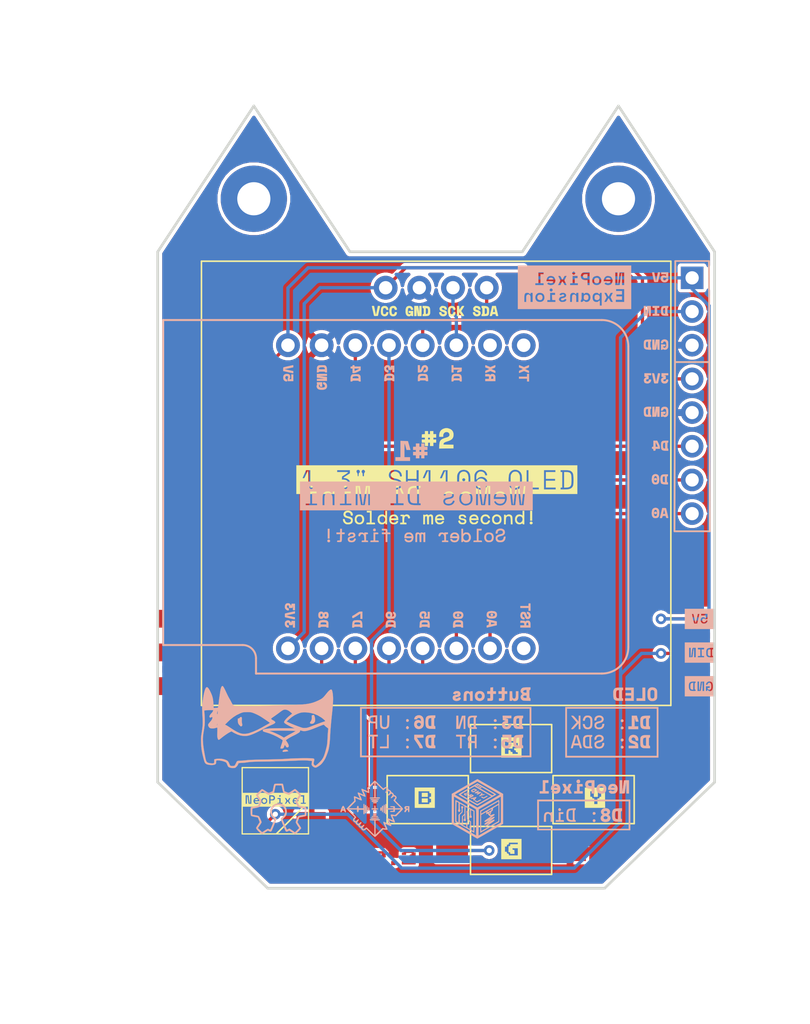
<source format=kicad_pcb>
(kicad_pcb (version 20171130) (host pcbnew 5.1.5+dfsg1-2build2)
  (layers (0 F.Cu signal) (31 B.Cu signal) (34 B.Paste user) (35 F.Paste user) (36 B.SilkS user) (37 F.SilkS user) (38 B.Mask user) (39 F.Mask user) (44 Edge.Cuts user))
  (net 0 "")
  (net 1 "Net-(Brd1-Pad4)")
  (net 2 "Net-(Brd1-Pad3)")
  (net 3 "Net-(Brd1-Pad2)")
  (net 4 "Net-(D1-Pad4)")
  (net 5 "Net-(D1-Pad2)")
  (net 6 /D6)
  (net 7 /D7)
  (net 8 /D5)
  (net 9 "Net-(U1-Pad16)")
  (net 10 "Net-(U1-Pad1)")
  (net 11 "Net-(U1-Pad15)")
  (net 12 "Net-(U1-Pad2)")
  (net 13 "Net-(U1-Pad3)")
  (net 14 "Net-(U1-Pad12)")
  (net 15 "Net-(U1-Pad11)")
  (net 16 +5V)
  (net 17 GND)
  (module Nugget-PCB-Art (layer F.Cu) (at 0 0)
    (fp_text reference Ref** hide)
    (fp_text value Val** hide)
    (fp_poly (pts (xy -9.630833 26.246667) (xy -9.704917 26.246667) (xy -9.75457 26.249943) (xy -9.774933 26.26843) (xy -9.778991 26.315111) (xy -9.779 26.32075) (xy -9.779 26.394834) (xy -10.522389 26.394834) (xy -10.51582 26.315459) (xy -10.50925 26.236084) (xy -10.218208 26.230195) (xy -9.927167 26.224306) (xy -9.927167 26.119667) (xy -10.519833 26.119667) (xy -10.519833 26.045584) (xy -10.52311 25.995931) (xy -10.541597 25.975567) (xy -10.588278 25.971509) (xy -10.593917 25.9715) (xy -10.668 25.9715) (xy -10.668 25.675167) (xy -10.3505 25.675167) (xy -10.3505 25.950334) (xy -9.927167 25.950334) (xy -9.927167 25.675167) (xy -10.3505 25.675167) (xy -10.668 25.675167) (xy -10.668 25.654) (xy -10.593917 25.654) (xy -10.544264 25.650724) (xy -10.523901 25.632237) (xy -10.519843 25.585556) (xy -10.519833 25.579917) (xy -10.519833 25.505834) (xy -9.630833 25.505834) (xy -9.630833 26.246667)) (layer F.Cu) (width 0.01))
    (fp_poly (pts (xy -8.466667 26.246667) (xy -8.54075 26.246667) (xy -8.590403 26.249943) (xy -8.610766 26.26843) (xy -8.614824 26.315111) (xy -8.614833 26.32075) (xy -8.614833 26.394834) (xy -9.358222 26.394834) (xy -9.351653 26.315459) (xy -9.345083 26.236084) (xy -9.054042 26.230195) (xy -8.763 26.224306) (xy -8.763 26.119667) (xy -9.355667 26.119667) (xy -9.355667 26.045584) (xy -9.358943 25.995931) (xy -9.37743 25.975567) (xy -9.424111 25.971509) (xy -9.42975 25.9715) (xy -9.503833 25.9715) (xy -9.503833 25.675167) (xy -9.186333 25.675167) (xy -9.186333 25.950334) (xy -8.763 25.950334) (xy -8.763 25.675167) (xy -9.186333 25.675167) (xy -9.503833 25.675167) (xy -9.503833 25.654) (xy -9.42975 25.654) (xy -9.380097 25.650724) (xy -9.359734 25.632237) (xy -9.355676 25.585556) (xy -9.355667 25.579917) (xy -9.355667 25.505834) (xy -8.466667 25.505834) (xy -8.466667 26.246667)) (layer F.Cu) (width 0.01))
    (fp_poly (pts (xy -12.678833 25.283584) (xy -12.675557 25.333236) (xy -12.65707 25.3536) (xy -12.610389 25.357658) (xy -12.60475 25.357667) (xy -12.555097 25.360943) (xy -12.534734 25.37943) (xy -12.530676 25.426111) (xy -12.530667 25.43175) (xy -12.52739 25.481403) (xy -12.508904 25.501766) (xy -12.462222 25.505824) (xy -12.456583 25.505834) (xy -12.406931 25.50911) (xy -12.386567 25.527597) (xy -12.382509 25.574278) (xy -12.3825 25.579917) (xy -12.37896 25.629691) (xy -12.361005 25.650106) (xy -12.319 25.654) (xy -12.2555 25.654) (xy -12.2555 25.2095) (xy -11.959167 25.2095) (xy -11.959167 26.246667) (xy -12.2555 26.246667) (xy -12.2555 25.9715) (xy -12.329583 25.9715) (xy -12.379236 25.968224) (xy -12.3996 25.949737) (xy -12.403658 25.903056) (xy -12.403667 25.897417) (xy -12.406943 25.847764) (xy -12.42543 25.827401) (xy -12.472111 25.823343) (xy -12.47775 25.823334) (xy -12.527403 25.820057) (xy -12.547766 25.80157) (xy -12.551824 25.754889) (xy -12.551833 25.74925) (xy -12.555373 25.699476) (xy -12.573328 25.679061) (xy -12.615333 25.675167) (xy -12.678833 25.675167) (xy -12.678833 26.246667) (xy -12.996333 26.246667) (xy -12.996333 25.2095) (xy -12.678833 25.2095) (xy -12.678833 25.283584)) (layer F.Cu) (width 0.01))
    (fp_poly (pts (xy -11.514667 26.0985) (xy -11.091333 26.0985) (xy -11.091333 25.505834) (xy -10.795 25.505834) (xy -10.795 26.246667) (xy -11.684 26.246667) (xy -11.684 26.184508) (xy -11.689542 26.140853) (xy -11.714879 26.121691) (xy -11.752792 26.115716) (xy -11.821583 26.109084) (xy -11.833329 25.505834) (xy -11.514667 25.505834) (xy -11.514667 26.0985)) (layer F.Cu) (width 0.01))
    (fp_poly (pts (xy -7.450667 25.579917) (xy -7.44739 25.62957) (xy -7.428904 25.649933) (xy -7.382222 25.653991) (xy -7.376583 25.654) (xy -7.3025 25.654) (xy -7.3025 25.9715) (xy -8.022167 25.9715) (xy -8.022167 26.0985) (xy -7.450667 26.0985) (xy -7.450667 26.246667) (xy -8.1915 26.246667) (xy -8.1915 26.184508) (xy -8.197042 26.140853) (xy -8.222379 26.121691) (xy -8.260292 26.115716) (xy -8.329083 26.109084) (xy -8.34054 25.675167) (xy -8.022167 25.675167) (xy -8.022167 25.802167) (xy -7.598833 25.802167) (xy -7.598833 25.675167) (xy -8.022167 25.675167) (xy -8.34054 25.675167) (xy -8.341099 25.654) (xy -8.2663 25.654) (xy -8.21633 25.65081) (xy -8.195711 25.632704) (xy -8.191514 25.586875) (xy -8.1915 25.579917) (xy -8.1915 25.505834) (xy -7.450667 25.505834) (xy -7.450667 25.579917)) (layer F.Cu) (width 0.01))
    (fp_poly (pts (xy -6.577542 25.213865) (xy -6.424083 25.220084) (xy -6.417825 25.362959) (xy -6.411566 25.505834) (xy -6.138333 25.505834) (xy -6.138333 25.675167) (xy -6.4135 25.675167) (xy -6.4135 26.246667) (xy -6.731 26.246667) (xy -6.731 25.675167) (xy -7.027333 25.675167) (xy -7.027333 25.505834) (xy -6.731 25.505834) (xy -6.731 25.207646) (xy -6.577542 25.213865)) (layer F.Cu) (width 0.01))
    (fp_poly (pts (xy -3.958167 25.283584) (xy -3.95489 25.333236) (xy -3.936404 25.3536) (xy -3.889722 25.357658) (xy -3.884083 25.357667) (xy -3.81 25.357667) (xy -3.81 25.675167) (xy -3.884083 25.675167) (xy -3.933736 25.678443) (xy -3.9541 25.69693) (xy -3.958158 25.743611) (xy -3.958167 25.74925) (xy -3.961748 25.79905) (xy -3.979657 25.819474) (xy -4.020326 25.823334) (xy -4.063981 25.828875) (xy -4.083143 25.854213) (xy -4.089117 25.892125) (xy -4.09575 25.960917) (xy -4.238625 25.967176) (xy -4.314249 25.971183) (xy -4.356974 25.977878) (xy -4.376194 25.991786) (xy -4.381302 26.017427) (xy -4.3815 26.035967) (xy -4.3815 26.0985) (xy -3.81 26.0985) (xy -3.81 26.246667) (xy -4.847167 26.246667) (xy -4.847167 25.950334) (xy -4.773083 25.950334) (xy -4.723431 25.947057) (xy -4.703067 25.92857) (xy -4.699009 25.881889) (xy -4.699 25.87625) (xy -4.695724 25.826597) (xy -4.677237 25.806234) (xy -4.630556 25.802176) (xy -4.624917 25.802167) (xy -4.575264 25.79889) (xy -4.554901 25.780404) (xy -4.550843 25.733722) (xy -4.550833 25.728084) (xy -4.550833 25.654) (xy -4.2545 25.654) (xy -4.2545 25.579917) (xy -4.251224 25.530264) (xy -4.232737 25.509901) (xy -4.186056 25.505843) (xy -4.180417 25.505834) (xy -4.130643 25.502294) (xy -4.110228 25.484339) (xy -4.106333 25.442334) (xy -4.106333 25.378834) (xy -4.529667 25.378834) (xy -4.529667 25.527) (xy -4.847167 25.527) (xy -4.847167 25.442334) (xy -4.844924 25.388124) (xy -4.831076 25.364034) (xy -4.794944 25.357856) (xy -4.773083 25.357667) (xy -4.723431 25.35439) (xy -4.703067 25.335904) (xy -4.699009 25.289222) (xy -4.699 25.283584) (xy -4.699 25.2095) (xy -3.958167 25.2095) (xy -3.958167 25.283584)) (layer F.Cu) (width 0.01))
    (fp_poly (pts (xy -3.069167 26.246667) (xy -3.386667 26.246667) (xy -3.386667 25.950334) (xy -3.069167 25.950334) (xy -3.069167 26.246667)) (layer F.Cu) (width 0.01))
    (fp_poly (pts (xy -18.944167 13.419667) (xy -20.997333 13.419667) (xy -20.997333 12.086167) (xy -18.944167 12.086167) (xy -18.944167 13.419667)) (layer F.Cu) (width 0.01))
    (fp_poly (pts (xy 20.997333 13.419667) (xy 18.944167 13.419667) (xy 18.944167 12.086167) (xy 20.997333 12.086167) (xy 20.997333 13.419667)) (layer F.Cu) (width 0.01))
    (fp_poly (pts (xy -18.944167 10.879667) (xy -20.997333 10.879667) (xy -20.997333 9.546167) (xy -18.944167 9.546167) (xy -18.944167 10.879667)) (layer F.Cu) (width 0.01))
    (fp_poly (pts (xy 20.997333 10.879667) (xy 18.944167 10.879667) (xy 18.944167 9.546167) (xy 20.997333 9.546167) (xy 20.997333 10.879667)) (layer F.Cu) (width 0.01))
    (fp_poly (pts (xy -18.944167 8.339667) (xy -20.997333 8.339667) (xy -20.997333 7.006167) (xy -18.944167 7.006167) (xy -18.944167 8.339667)) (layer F.Cu) (width 0.01))
    (fp_poly (pts (xy 20.997333 8.339667) (xy 18.944167 8.339667) (xy 18.944167 7.006167) (xy 20.997333 7.006167) (xy 20.997333 8.339667)) (layer F.Cu) (width 0.01))
    (fp_poly (pts (xy -18.880667 -0.529166) (xy -19.452167 -0.529166) (xy -19.452167 -0.105833) (xy -18.880667 -0.105833) (xy -18.880667 0.1905) (xy -19.8755 0.1905) (xy -19.8755 -0.105833) (xy -19.600333 -0.105833) (xy -19.600333 -0.677333) (xy -19.52625 -0.677333) (xy -19.476597 -0.68061) (xy -19.456234 -0.699096) (xy -19.452176 -0.745778) (xy -19.452167 -0.751416) (xy -19.452167 -0.8255) (xy -18.880667 -0.8255) (xy -18.880667 -0.529166)) (layer F.Cu) (width 0.01))
    (fp_poly (pts (xy -18.880667 -1.0795) (xy -18.95475 -1.0795) (xy -19.004524 -1.07596) (xy -19.024939 -1.058005) (xy -19.028833 -1.016) (xy -19.032963 -0.973337) (xy -19.053911 -0.955838) (xy -19.102917 -0.9525) (xy -19.152691 -0.95604) (xy -19.173106 -0.973995) (xy -19.177 -1.016) (xy -19.18113 -1.058663) (xy -19.202078 -1.076162) (xy -19.251083 -1.0795) (xy -19.325167 -1.0795) (xy -19.325167 -1.651) (xy -19.155833 -1.651) (xy -19.155833 -1.248833) (xy -19.028833 -1.248833) (xy -19.028833 -1.651) (xy -19.155833 -1.651) (xy -19.325167 -1.651) (xy -19.452167 -1.651) (xy -19.452167 -1.0795) (xy -19.600333 -1.0795) (xy -19.600333 -1.799166) (xy -19.52625 -1.799166) (xy -19.476597 -1.802443) (xy -19.456234 -1.82093) (xy -19.452176 -1.867611) (xy -19.452167 -1.87325) (xy -19.452167 -1.947333) (xy -18.880667 -1.947333) (xy -18.880667 -1.0795)) (layer F.Cu) (width 0.01))
    (fp_poly (pts (xy -19.476476 -3.065627) (xy -19.456061 -3.047672) (xy -19.452167 -3.005666) (xy -19.448037 -2.963003) (xy -19.427089 -2.945505) (xy -19.378083 -2.942166) (xy -19.328431 -2.93889) (xy -19.308067 -2.920403) (xy -19.304009 -2.873722) (xy -19.304 -2.868083) (xy -19.30046 -2.818309) (xy -19.282505 -2.797894) (xy -19.2405 -2.794) (xy -19.197837 -2.79813) (xy -19.180338 -2.819077) (xy -19.177 -2.868083) (xy -19.173724 -2.917736) (xy -19.155237 -2.938099) (xy -19.108556 -2.942157) (xy -19.102917 -2.942166) (xy -19.053143 -2.945706) (xy -19.032728 -2.963661) (xy -19.028833 -3.005666) (xy -19.024704 -3.04833) (xy -19.003756 -3.065828) (xy -18.95475 -3.069166) (xy -18.880667 -3.069166) (xy -18.880667 -2.772833) (xy -18.95475 -2.772833) (xy -19.004403 -2.769557) (xy -19.024766 -2.75107) (xy -19.028824 -2.704389) (xy -19.028833 -2.69875) (xy -19.032373 -2.648976) (xy -19.050328 -2.628561) (xy -19.092333 -2.624666) (xy -19.127483 -2.623003) (xy -19.146455 -2.611362) (xy -19.154238 -2.579765) (xy -19.155822 -2.518234) (xy -19.155833 -2.497666) (xy -19.155833 -2.370666) (xy -18.880667 -2.370666) (xy -18.880667 -2.074333) (xy -19.8755 -2.074333) (xy -19.8755 -2.370666) (xy -19.325167 -2.370666) (xy -19.325167 -2.497666) (xy -19.325998 -2.567965) (xy -19.331819 -2.605909) (xy -19.347617 -2.621475) (xy -19.378383 -2.624643) (xy -19.388667 -2.624666) (xy -19.43133 -2.628796) (xy -19.448829 -2.649744) (xy -19.452167 -2.69875) (xy -19.455443 -2.748403) (xy -19.47393 -2.768766) (xy -19.520611 -2.772824) (xy -19.52625 -2.772833) (xy -19.600333 -2.772833) (xy -19.600333 -3.069166) (xy -19.52625 -3.069166) (xy -19.476476 -3.065627)) (layer F.Cu) (width 0.01))
    (fp_poly (pts (xy -19.452167 -3.4925) (xy -19.028833 -3.4925) (xy -19.028833 -4.212166) (xy -18.880667 -4.212166) (xy -18.880667 -3.344333) (xy -18.95475 -3.344333) (xy -19.004403 -3.341057) (xy -19.024766 -3.32257) (xy -19.028824 -3.275889) (xy -19.028833 -3.27025) (xy -19.028833 -3.196166) (xy -19.452167 -3.196166) (xy -19.452167 -3.27025) (xy -19.455443 -3.319903) (xy -19.47393 -3.340266) (xy -19.520611 -3.344324) (xy -19.52625 -3.344333) (xy -19.600333 -3.344333) (xy -19.600333 -4.212166) (xy -19.452167 -4.212166) (xy -19.452167 -3.4925)) (layer F.Cu) (width 0.01))
    (fp_poly (pts (xy -18.880667 -4.466166) (xy -18.95475 -4.466166) (xy -19.004403 -4.46289) (xy -19.024766 -4.444403) (xy -19.028824 -4.397722) (xy -19.028833 -4.392083) (xy -19.03211 -4.34243) (xy -19.050597 -4.322067) (xy -19.097278 -4.318009) (xy -19.102917 -4.318) (xy -19.15257 -4.321276) (xy -19.172933 -4.339763) (xy -19.176991 -4.386444) (xy -19.177 -4.392083) (xy -19.180277 -4.441736) (xy -19.198763 -4.462099) (xy -19.245445 -4.466157) (xy -19.251083 -4.466166) (xy -19.325167 -4.466166) (xy -19.325167 -5.037666) (xy -19.155833 -5.037666) (xy -19.155833 -4.6355) (xy -19.028833 -4.6355) (xy -19.028833 -5.037666) (xy -19.155833 -5.037666) (xy -19.325167 -5.037666) (xy -19.452167 -5.037666) (xy -19.452167 -4.466166) (xy -19.600333 -4.466166) (xy -19.600333 -5.185833) (xy -19.52625 -5.185833) (xy -19.476597 -5.18911) (xy -19.456234 -5.207596) (xy -19.452176 -5.254278) (xy -19.452167 -5.259916) (xy -19.452167 -5.334) (xy -18.880667 -5.334) (xy -18.880667 -4.466166)) (layer F.Cu) (width 0.01))
    (fp_poly (pts (xy -19.452167 -6.180666) (xy -18.880667 -6.180666) (xy -18.880667 -5.884333) (xy -19.452167 -5.884333) (xy -19.452167 -5.588) (xy -19.600333 -5.588) (xy -19.600333 -5.884333) (xy -19.8755 -5.884333) (xy -19.8755 -6.180666) (xy -19.600333 -6.180666) (xy -19.600333 -6.455833) (xy -19.452167 -6.455833) (xy -19.452167 -6.180666)) (layer F.Cu) (width 0.01))
    (fp_poly (pts (xy -18.880667 -6.858) (xy -19.177 -6.858) (xy -19.177 -7.1755) (xy -18.880667 -7.1755) (xy -18.880667 -6.858)) (layer F.Cu) (width 0.01))
    (fp_poly (pts (xy -19.452167 -8.022166) (xy -19.028833 -8.022166) (xy -19.028833 -8.720666) (xy -18.880667 -8.720666) (xy -18.880667 -7.852833) (xy -18.95475 -7.852833) (xy -19.004403 -7.849557) (xy -19.024766 -7.83107) (xy -19.028824 -7.784389) (xy -19.028833 -7.77875) (xy -19.028833 -7.704666) (xy -19.452167 -7.704666) (xy -19.452167 -7.77875) (xy -19.455443 -7.828403) (xy -19.47393 -7.848766) (xy -19.520611 -7.852824) (xy -19.52625 -7.852833) (xy -19.600333 -7.852833) (xy -19.600333 -8.720666) (xy -19.452167 -8.720666) (xy -19.452167 -8.022166)) (layer F.Cu) (width 0.01))
    (fp_poly (pts (xy -19.028833 -9.779) (xy -19.024704 -9.736337) (xy -19.003756 -9.718838) (xy -18.95475 -9.7155) (xy -18.880667 -9.7155) (xy -18.880667 -8.974666) (xy -18.95475 -8.974666) (xy -19.004524 -8.971127) (xy -19.024939 -8.953172) (xy -19.028833 -8.911166) (xy -19.028833 -8.847666) (xy -19.452167 -8.847666) (xy -19.452167 -8.911166) (xy -19.456297 -8.95383) (xy -19.477244 -8.971328) (xy -19.52625 -8.974666) (xy -19.600333 -8.974666) (xy -19.600333 -9.546166) (xy -19.452167 -9.546166) (xy -19.452167 -9.144) (xy -19.028833 -9.144) (xy -19.028833 -9.546166) (xy -19.452167 -9.546166) (xy -19.600333 -9.546166) (xy -19.600333 -9.7155) (xy -19.52625 -9.7155) (xy -19.476476 -9.71904) (xy -19.456061 -9.736995) (xy -19.452167 -9.779) (xy -19.452167 -9.8425) (xy -19.028833 -9.8425) (xy -19.028833 -9.779)) (layer F.Cu) (width 0.01))
    (fp_poly (pts (xy -18.880667 -10.668) (xy -19.452167 -10.668) (xy -19.452167 -10.562166) (xy -18.880667 -10.562166) (xy -18.880667 -10.244666) (xy -19.452167 -10.244666) (xy -19.452167 -10.138833) (xy -18.880667 -10.138833) (xy -18.880667 -9.9695) (xy -19.600333 -9.9695) (xy -19.600333 -10.837333) (xy -19.52625 -10.837333) (xy -19.476597 -10.84061) (xy -19.456234 -10.859096) (xy -19.452176 -10.905778) (xy -19.452167 -10.911416) (xy -19.452167 -10.9855) (xy -18.880667 -10.9855) (xy -18.880667 -10.668)) (layer F.Cu) (width 0.01))
    (fp_poly (pts (xy -19.751764 -12.104057) (xy -19.731401 -12.08557) (xy -19.727343 -12.038889) (xy -19.727333 -12.03325) (xy -19.724057 -11.983597) (xy -19.70557 -11.963234) (xy -19.658889 -11.959176) (xy -19.65325 -11.959166) (xy -19.603476 -11.955627) (xy -19.583061 -11.937672) (xy -19.579167 -11.895666) (xy -19.573922 -11.850689) (xy -19.549182 -11.834112) (xy -19.515667 -11.832166) (xy -19.473004 -11.828037) (xy -19.455505 -11.807089) (xy -19.452167 -11.758083) (xy -19.44889 -11.70843) (xy -19.430404 -11.688067) (xy -19.383722 -11.684009) (xy -19.378083 -11.684) (xy -19.328431 -11.680723) (xy -19.308067 -11.662237) (xy -19.304009 -11.615555) (xy -19.304 -11.609916) (xy -19.300724 -11.560264) (xy -19.282237 -11.5399) (xy -19.235556 -11.535842) (xy -19.229917 -11.535833) (xy -19.180143 -11.532293) (xy -19.159728 -11.514338) (xy -19.155833 -11.472333) (xy -19.150589 -11.427356) (xy -19.125849 -11.410779) (xy -19.092333 -11.408833) (xy -19.04967 -11.404703) (xy -19.032172 -11.383756) (xy -19.028833 -11.33475) (xy -19.025557 -11.285097) (xy -19.00707 -11.264734) (xy -18.960389 -11.260676) (xy -18.95475 -11.260666) (xy -18.907317 -11.258103) (xy -18.886238 -11.242277) (xy -18.880832 -11.200983) (xy -18.880667 -11.176) (xy -18.88291 -11.121791) (xy -18.896758 -11.0977) (xy -18.93289 -11.091522) (xy -18.95475 -11.091333) (xy -19.004403 -11.09461) (xy -19.024766 -11.113096) (xy -19.028824 -11.159778) (xy -19.028833 -11.165416) (xy -19.03211 -11.215069) (xy -19.050597 -11.235433) (xy -19.097278 -11.239491) (xy -19.102917 -11.2395) (xy -19.15257 -11.242776) (xy -19.172933 -11.261263) (xy -19.176991 -11.307944) (xy -19.177 -11.313583) (xy -19.180277 -11.363236) (xy -19.198763 -11.383599) (xy -19.245445 -11.387657) (xy -19.251083 -11.387666) (xy -19.300857 -11.391206) (xy -19.321272 -11.409161) (xy -19.325167 -11.451166) (xy -19.330412 -11.496144) (xy -19.355152 -11.512721) (xy -19.388667 -11.514666) (xy -19.43133 -11.518796) (xy -19.448829 -11.539744) (xy -19.452167 -11.58875) (xy -19.455443 -11.638403) (xy -19.47393 -11.658766) (xy -19.520611 -11.662824) (xy -19.52625 -11.662833) (xy -19.575903 -11.66611) (xy -19.596266 -11.684596) (xy -19.600324 -11.731278) (xy -19.600333 -11.736916) (xy -19.60361 -11.786569) (xy -19.622097 -11.806933) (xy -19.668778 -11.810991) (xy -19.674417 -11.811) (xy -19.724191 -11.81454) (xy -19.744606 -11.832495) (xy -19.7485 -11.8745) (xy -19.753745 -11.919477) (xy -19.778485 -11.936054) (xy -19.812 -11.938) (xy -19.852717 -11.941343) (xy -19.870817 -11.959461) (xy -19.8754 -12.004486) (xy -19.8755 -12.022666) (xy -19.873257 -12.076876) (xy -19.859409 -12.100966) (xy -19.823277 -12.107144) (xy -19.801417 -12.107333) (xy -19.751764 -12.104057)) (layer F.Cu) (width 0.01))
    (fp_poly (pts (xy -18.880667 -12.932833) (xy -19.452167 -12.932833) (xy -19.452167 -12.530666) (xy -18.880667 -12.530666) (xy -18.880667 -12.234333) (xy -19.600333 -12.234333) (xy -19.600333 -13.102166) (xy -19.52625 -13.102166) (xy -19.476476 -13.105706) (xy -19.456061 -13.123661) (xy -19.452167 -13.165666) (xy -19.452167 -13.229166) (xy -18.880667 -13.229166) (xy -18.880667 -12.932833)) (layer F.Cu) (width 0.01))
    (fp_poly (pts (xy -18.880667 -13.504333) (xy -18.95475 -13.504333) (xy -19.004403 -13.501057) (xy -19.024766 -13.48257) (xy -19.028824 -13.435889) (xy -19.028833 -13.43025) (xy -19.028833 -13.356166) (xy -19.600333 -13.356166) (xy -19.600333 -13.6525) (xy -19.028833 -13.6525) (xy -19.028833 -14.054666) (xy -19.600333 -14.054666) (xy -19.600333 -14.372166) (xy -18.880667 -14.372166) (xy -18.880667 -13.504333)) (layer F.Cu) (width 0.01))
    (fp_poly (pts (xy -18.880667 -15.419916) (xy -18.87739 -15.370264) (xy -18.858904 -15.3499) (xy -18.812222 -15.345842) (xy -18.806583 -15.345833) (xy -18.7325 -15.345833) (xy -18.7325 -14.626166) (xy -18.901833 -14.626166) (xy -18.901833 -15.197666) (xy -19.028833 -15.197666) (xy -19.028833 -14.626166) (xy -19.092333 -14.626166) (xy -19.134997 -14.622037) (xy -19.152495 -14.601089) (xy -19.155833 -14.552083) (xy -19.155833 -14.478) (xy -19.452167 -14.478) (xy -19.452167 -14.552083) (xy -19.455443 -14.601736) (xy -19.47393 -14.622099) (xy -19.520611 -14.626157) (xy -19.52625 -14.626166) (xy -19.600333 -14.626166) (xy -19.600333 -15.197666) (xy -19.452167 -15.197666) (xy -19.452167 -14.7955) (xy -19.177 -14.7955) (xy -19.177 -15.197666) (xy -19.452167 -15.197666) (xy -19.600333 -15.197666) (xy -19.600333 -15.494) (xy -18.880667 -15.494) (xy -18.880667 -15.419916)) (layer F.Cu) (width 0.01))
    (fp_poly (pts (xy -18.880667 -16.552333) (xy -18.876537 -16.50967) (xy -18.855589 -16.492171) (xy -18.806583 -16.488833) (xy -18.7325 -16.488833) (xy -18.7325 -15.748) (xy -18.901833 -15.748) (xy -18.901833 -16.3195) (xy -19.028833 -16.3195) (xy -19.028833 -15.748) (xy -19.092333 -15.748) (xy -19.137311 -15.742755) (xy -19.153888 -15.718015) (xy -19.155833 -15.6845) (xy -19.155833 -15.621) (xy -19.452167 -15.621) (xy -19.452167 -15.6845) (xy -19.456297 -15.727163) (xy -19.477244 -15.744662) (xy -19.52625 -15.748) (xy -19.600333 -15.748) (xy -19.600333 -16.3195) (xy -19.452167 -16.3195) (xy -19.452167 -15.917333) (xy -19.177 -15.917333) (xy -19.177 -16.3195) (xy -19.452167 -16.3195) (xy -19.600333 -16.3195) (xy -19.600333 -16.615833) (xy -18.880667 -16.615833) (xy -18.880667 -16.552333)) (layer F.Cu) (width 0.01))
    (fp_poly (pts (xy -19.155833 -17.039166) (xy -19.028833 -17.039166) (xy -19.028833 -17.610666) (xy -18.880667 -17.610666) (xy -18.880667 -16.891) (xy -18.95475 -16.891) (xy -19.004403 -16.887723) (xy -19.024766 -16.869237) (xy -19.028824 -16.822555) (xy -19.028833 -16.816916) (xy -19.028833 -16.742833) (xy -19.452167 -16.742833) (xy -19.452167 -16.816916) (xy -19.455443 -16.866569) (xy -19.47393 -16.886933) (xy -19.520611 -16.890991) (xy -19.52625 -16.891) (xy -19.600333 -16.891) (xy -19.600333 -17.441333) (xy -19.452167 -17.441333) (xy -19.452167 -17.039166) (xy -19.325167 -17.039166) (xy -19.325167 -17.441333) (xy -19.452167 -17.441333) (xy -19.600333 -17.441333) (xy -19.600333 -17.610666) (xy -19.52625 -17.610666) (xy -19.476597 -17.613943) (xy -19.456234 -17.63243) (xy -19.452176 -17.679111) (xy -19.452167 -17.68475) (xy -19.452167 -17.758833) (xy -19.155833 -17.758833) (xy -19.155833 -17.039166)) (layer F.Cu) (width 0.01))
    (fp_poly (pts (xy -19.452167 -18.6055) (xy -18.880667 -18.6055) (xy -18.880667 -18.288) (xy -19.452167 -18.288) (xy -19.452167 -18.012833) (xy -19.600333 -18.012833) (xy -19.600333 -18.288) (xy -19.8755 -18.288) (xy -19.8755 -18.6055) (xy -19.600333 -18.6055) (xy -19.600333 -18.880666) (xy -19.452167 -18.880666) (xy -19.452167 -18.6055)) (layer F.Cu) (width 0.01))
    (fp_poly (pts (xy -1.697567 25.232784) (xy -1.69429 25.282436) (xy -1.675804 25.3028) (xy -1.629122 25.306858) (xy -1.623483 25.306867) (xy -1.5494 25.306867) (xy -1.5494 25.624367) (xy -1.623483 25.624367) (xy -1.673136 25.627643) (xy -1.6935 25.64613) (xy -1.697558 25.692811) (xy -1.697567 25.69845) (xy -1.701148 25.74825) (xy -1.719057 25.768674) (xy -1.759726 25.772534) (xy -1.803381 25.778075) (xy -1.822543 25.803413) (xy -1.828517 25.841325) (xy -1.83515 25.910117) (xy -1.978025 25.916376) (xy -2.053649 25.920383) (xy -2.096374 25.927078) (xy -2.115594 25.940986) (xy -2.120702 25.966627) (xy -2.1209 25.985167) (xy -2.1209 26.0477) (xy -1.5494 26.0477) (xy -1.5494 26.195867) (xy -2.586567 26.195867) (xy -2.586567 25.899534) (xy -2.512483 25.899534) (xy -2.462831 25.896257) (xy -2.442467 25.87777) (xy -2.438409 25.831089) (xy -2.4384 25.82545) (xy -2.435124 25.775797) (xy -2.416637 25.755434) (xy -2.369956 25.751376) (xy -2.364317 25.751367) (xy -2.314664 25.74809) (xy -2.294301 25.729604) (xy -2.290243 25.682922) (xy -2.290233 25.677284) (xy -2.290233 25.6032) (xy -1.9939 25.6032) (xy -1.9939 25.529117) (xy -1.990624 25.479464) (xy -1.972137 25.459101) (xy -1.925456 25.455043) (xy -1.919817 25.455034) (xy -1.870043 25.451494) (xy -1.849628 25.433539) (xy -1.845733 25.391534) (xy -1.845733 25.328034) (xy -2.269067 25.328034) (xy -2.269067 25.4762) (xy -2.586567 25.4762) (xy -2.586567 25.391534) (xy -2.584324 25.337324) (xy -2.570476 25.313234) (xy -2.534344 25.307056) (xy -2.512483 25.306867) (xy -2.462831 25.30359) (xy -2.442467 25.285104) (xy -2.438409 25.238422) (xy -2.4384 25.232784) (xy -2.4384 25.1587) (xy -1.697567 25.1587) (xy -1.697567 25.232784)) (layer F.Cu) (width 0.01))
  )
  (module Button_Switch_SMD:SW_SPST_FSMSM (layer F.Cu) (at 5.6515 25.146)
    (fp_text reference SW2 hide)
    (fp_text value Down)
    (pad 1 smd rect (at -4.445 0) (size 2.4 1.6) (layers F.Cu F.Paste F.Mask) (net 14 "Net-(U1-Pad12)"))
    (pad 2 smd rect (at 4.445 0) (size 2.4 1.6) (layers F.Cu F.Paste F.Mask) (net 17 GND))
  )
  (module Button_Switch_SMD:SW_SPST_FSMSM (layer F.Cu) (at 5.6515 17.4625)
    (fp_text reference SW1 hide)
    (fp_text value Up)
    (pad 1 smd rect (at -4.445 0) (size 2.4 1.6) (layers F.Cu F.Paste F.Mask) (net 6 /D6))
    (pad 2 smd rect (at 4.445 0) (size 2.4 1.6) (layers F.Cu F.Paste F.Mask) (net 17 GND))
  )
  (module Button_Switch_SMD:SW_SPST_FSMSM (layer F.Cu) (at -0.635 21.314)
    (fp_text reference SW3 hide)
    (fp_text value Left)
    (pad 1 smd rect (at -4.445 0) (size 2.4 1.6) (layers F.Cu F.Paste F.Mask) (net 7 /D7))
    (pad 2 smd rect (at 4.445 0) (size 2.4 1.6) (layers F.Cu F.Paste F.Mask) (net 17 GND))
  )
  (module Button_Switch_SMD:SW_SPST_FSMSM (layer F.Cu) (at 11.8745 21.314)
    (fp_text reference SW4 hide)
    (fp_text value Right)
    (pad 1 smd rect (at -4.445 0) (size 2.4 1.6) (layers F.Cu F.Paste F.Mask) (net 8 /D5))
    (pad 2 smd rect (at 4.445 0) (size 2.4 1.6) (layers F.Cu F.Paste F.Mask) (net 17 GND))
  )
  (module wemos-d1-mini:wemos-d1-mini-with-pin-header-and-connector (layer B.Cu) (at -2.286 -1.524)
    (fp_text reference U1 hide)
    (fp_text value "WeMos D1 Mini" hide)
    (pad 16 thru_hole circle (at 8.89 -11.43) (size 1.8 1.8) (drill 1.016) (layers *.Cu *.Mask) (net 9 "Net-(U1-Pad16)"))
    (pad 1 thru_hole circle (at 8.89 11.43) (size 1.8 1.8) (drill 1.016) (layers *.Cu *.Mask) (net 10 "Net-(U1-Pad1)"))
    (pad 15 thru_hole circle (at 6.35 -11.43) (size 1.8 1.8) (drill 1.016) (layers *.Cu *.Mask) (net 11 "Net-(U1-Pad15)"))
    (pad 2 thru_hole circle (at 6.35 11.43) (size 1.8 1.8) (drill 1.016) (layers *.Cu *.Mask) (net 12 "Net-(U1-Pad2)"))
    (pad 14 thru_hole circle (at 3.81 -11.43) (size 1.8 1.8) (drill 1.016) (layers *.Cu *.Mask) (net 2 "Net-(Brd1-Pad3)"))
    (pad 3 thru_hole circle (at 3.81 11.43) (size 1.8 1.8) (drill 1.016) (layers *.Cu *.Mask) (net 13 "Net-(U1-Pad3)"))
    (pad 13 thru_hole circle (at 1.27 -11.43) (size 1.8 1.8) (drill 1.016) (layers *.Cu *.Mask) (net 1 "Net-(Brd1-Pad4)"))
    (pad 4 thru_hole circle (at 1.27 11.43) (size 1.8 1.8) (drill 1.016) (layers *.Cu *.Mask) (net 8 /D5))
    (pad 12 thru_hole circle (at -1.27 -11.43) (size 1.8 1.8) (drill 1.016) (layers *.Cu *.Mask) (net 14 "Net-(U1-Pad12)"))
    (pad 5 thru_hole circle (at -1.27 11.43) (size 1.8 1.8) (drill 1.016) (layers *.Cu *.Mask) (net 6 /D6))
    (pad 11 thru_hole circle (at -3.81 -11.43) (size 1.8 1.8) (drill 1.016) (layers *.Cu *.Mask) (net 15 "Net-(U1-Pad11)"))
    (pad 6 thru_hole circle (at -3.81 11.43 270) (size 1.8 1.8) (drill 1.016) (layers *.Cu *.Mask) (net 7 /D7))
    (pad 10 thru_hole circle (at -6.35 -11.43) (size 1.8 1.8) (drill 1.016) (layers *.Cu *.Mask) (net 17 GND))
    (pad 7 thru_hole circle (at -6.35 11.43) (size 1.8 1.8) (drill 1.016) (layers *.Cu *.Mask) (net 4 "Net-(D1-Pad4)"))
    (pad 9 thru_hole circle (at -8.89 -11.43) (size 1.8 1.8) (drill 1.016) (layers *.Cu *.Mask) (net 16 +5V))
    (pad 8 thru_hole circle (at -8.89 11.43) (size 1.8 1.8) (drill 1.016) (layers *.Cu *.Mask) (net 3 "Net-(Brd1-Pad2)"))
  )
  (module screens:SH1106-128x64-OLED (layer F.Cu) (at 0 -2.54)
    (fp_text reference U2 hide)
    (fp_text value "SH1106 OLED")
    (pad 1 thru_hole circle (at -3.81 -14.75) (size 1.8 1.8) (drill 1) (layers *.Cu *.Mask) (net 3 "Net-(Brd1-Pad2)"))
    (pad 2 thru_hole circle (at -1.27 -14.75) (size 1.8 1.8) (drill 1) (layers *.Cu *.Mask) (net 17 GND))
    (pad 3 thru_hole circle (at 1.27 -14.75) (size 1.8 1.8) (drill 1) (layers *.Cu *.Mask) (net 2 "Net-(Brd1-Pad3)"))
    (pad 4 thru_hole circle (at 3.81 -14.75) (size 1.8 1.8) (drill 1) (layers *.Cu *.Mask) (net 1 "Net-(Brd1-Pad4)"))
  )
  (module LED_SMD:LED_WS2812B_PLCC4_5.0x5.0mm_P3.2mm_idiot_proof (layer F.Cu) (at -12.1285 21.3995)
    (fp_text reference D1 hide)
    (fp_text value WS2812B)
    (pad 3 smd rect (at 2.45 1.6) (size 2.2 1.5) (drill (offset 0.25 0)) (layers F.Cu F.Paste F.Mask) (net 17 GND))
    (pad 4 smd rect (at 2.45 -1.6) (size 2.2 1.5) (drill (offset 0.25 0)) (layers F.Cu F.Paste F.Mask) (net 4 "Net-(D1-Pad4)"))
    (pad 2 smd rect (at -2.45 1.6) (size 2.2 1.5) (drill (offset -0.25 0)) (layers F.Cu F.Paste F.Mask) (net 5 "Net-(D1-Pad2)"))
    (pad 1 smd rect (at -2.45 -1.6) (size 2.2 1.5) (drill (offset -0.25 0)) (layers F.Cu F.Paste F.Mask) (net 16 +5V))
  )
  (module Connector_PinHeader_2.54mm:PinHeader_1x08_P2.54mm_Vertical (layer F.Cu) (at 19.304 -18.034)
    (fp_text reference J1 hide)
    (fp_text value "8 Pin Header")
    (pad 8 thru_hole oval (at 0 17.78) (size 1.7 1.7) (drill 1) (layers *.Cu *.Mask) (net 12 "Net-(U1-Pad2)"))
    (pad 7 thru_hole oval (at 0 15.24) (size 1.7 1.7) (drill 1) (layers *.Cu *.Mask) (net 13 "Net-(U1-Pad3)"))
    (pad 6 thru_hole oval (at 0 12.7) (size 1.7 1.7) (drill 1) (layers *.Cu *.Mask) (net 15 "Net-(U1-Pad11)"))
    (pad 5 thru_hole oval (at 0 10.16) (size 1.7 1.7) (drill 1) (layers *.Cu *.Mask) (net 17 GND))
    (pad 4 thru_hole oval (at 0 7.62) (size 1.7 1.7) (drill 1) (layers *.Cu *.Mask) (net 3 "Net-(Brd1-Pad2)"))
    (pad 3 thru_hole oval (at 0 5.08) (size 1.7 1.7) (drill 1) (layers *.Cu *.Mask) (net 17 GND))
    (pad 2 thru_hole oval (at 0 2.54) (size 1.7 1.7) (drill 1) (layers *.Cu *.Mask) (net 5 "Net-(D1-Pad2)"))
    (pad 1 thru_hole rect (at 0 0) (size 1.7 1.7) (drill 1) (layers *.Cu *.Mask) (net 16 +5V))
  )
  (module MountingHole:MountingHole_2.5mm_Pad (layer F.Cu) (at 13.75 -24)
    (fp_text reference REF** hide)
    (fp_text value "M2.5 Standoff")
    (pad 1 thru_hole circle (at 0 0) (size 5 5) (drill 2.5) (layers *.Cu *.Mask))
  )
  (module MountingHole:MountingHole_2.5mm_Pad (layer F.Cu) (at -13.75 -24)
    (fp_text reference REF** hide)
    (fp_text value "M2.5 Standoff")
    (pad 1 thru_hole circle (at 0 0) (size 5 5) (drill 2.5) (layers *.Cu *.Mask))
  )
  (module LOGO (layer F.Cu) (at 0 0)
    (fp_text reference G*** hide)
    (fp_text value LOGO hide)
  )
  (module LOGO (layer F.Cu) (at 0 0)
    (fp_text reference G*** hide)
    (fp_text value LOGO hide)
  )
  (module LOGO (layer F.Cu) (at 0 0)
    (fp_text reference G*** hide)
    (fp_text value LOGO hide)
  )
  (module LOGO (layer F.Cu) (at 0 0)
    (fp_text reference G*** hide)
    (fp_text value LOGO hide)
  )
  (module LOGO (layer F.Cu) (at 0 0)
    (fp_text reference G*** hide)
    (fp_text value LOGO hide)
  )
  (module LOGO (layer F.Cu) (at 0 0)
    (fp_text reference G*** hide)
    (fp_text value LOGO hide)
  )
  (module LOGO (layer F.Cu) (at 0 0)
    (fp_text reference G*** hide)
    (fp_text value LOGO hide)
  )
  (module LOGO (layer F.Cu) (at 0 0)
    (fp_text reference G*** hide)
    (fp_text value LOGO hide)
  )
  (module LOGO (layer F.Cu) (at 0 0)
    (fp_text reference G*** hide)
    (fp_text value LOGO hide)
  )
  (module LOGO (layer F.Cu) (at 0 0)
    (fp_text reference G*** hide)
    (fp_text value LOGO hide)
  )
  (module LOGO (layer F.Cu) (at 0 0)
    (fp_text reference G*** hide)
    (fp_text value LOGO hide)
  )
  (module LOGO (layer F.Cu) (at 0 0)
    (fp_text reference G*** hide)
    (fp_text value LOGO hide)
  )
  (module LOGO (layer F.Cu) (at 0 0)
    (fp_text reference G*** hide)
    (fp_text value LOGO hide)
  )
  (module LOGO (layer F.Cu) (at 0 0)
    (fp_text reference G*** hide)
    (fp_text value LOGO hide)
  )
  (module LOGO (layer F.Cu) (at 0 0)
    (fp_text reference G*** hide)
    (fp_text value LOGO hide)
  )
  (module LOGO (layer F.Cu) (at 0 0)
    (fp_text reference G*** hide)
    (fp_text value LOGO hide)
  )
  (module LOGO (layer F.Cu) (at 0 0)
    (fp_text reference G*** hide)
    (fp_text value LOGO hide)
  )
  (module LOGO (layer F.Cu) (at 0 0)
    (fp_text reference G*** hide)
    (fp_text value LOGO hide)
  )
  (module LOGO (layer F.Cu) (at 0 0)
    (fp_text reference G*** hide)
    (fp_text value LOGO hide)
  )
  (gr_line (start 20.574 -11.684) (end 18.034 -11.684) (layer F.SilkS) (width 0.12))
  (gr_line (start 20.574 -11.684) (end 18.034 -11.684) (layer B.SilkS) (width 0.12))
  (gr_line (start 17.9705 1.0795) (end 18.034 -19.304) (layer B.SilkS) (width 0.12))
  (gr_line (start 20.6375 1.0795) (end 17.9705 1.0795) (layer B.SilkS) (width 0.12))
  (gr_line (start 20.574 -19.304) (end 20.6375 1.0795) (layer B.SilkS) (width 0.12))
  (gr_line (start 18.034 -19.304) (end 20.574 -19.304) (layer B.SilkS) (width 0.12))
  (gr_line (start -21 20) (end -21 -20) (layer Edge.Cuts) (width 0.2))
  (gr_line (start -12.7 28) (end -21 20) (layer Edge.Cuts) (width 0.2))
  (gr_line (start 12.7 28) (end -12.7 28) (layer Edge.Cuts) (width 0.2))
  (gr_line (start 21 20) (end 12.7 28) (layer Edge.Cuts) (width 0.2))
  (gr_line (start 21 -20) (end 21 20) (layer Edge.Cuts) (width 0.2))
  (gr_line (start 13.75 -31) (end 21 -20) (layer Edge.Cuts) (width 0.2))
  (gr_line (start 6.5 -20) (end 13.75 -31) (layer Edge.Cuts) (width 0.2))
  (gr_line (start -6.499999 -20) (end 6.5 -20) (layer Edge.Cuts) (width 0.2))
  (gr_line (start -13.75 -31) (end -6.499999 -20) (layer Edge.Cuts) (width 0.2))
  (gr_line (start -21 -20) (end -13.75 -31) (layer Edge.Cuts) (width 0.2))
  (segment (start -1.016 -14.226792) (end -0.383792 -14.859) (width 0.25) (layer F.Cu) (net 1))
  (segment (start -1.016 -12.954) (end -1.016 -14.226792) (width 0.25) (layer F.Cu) (net 1))
  (segment (start -0.383792 -14.859) (end 3.302 -14.859) (width 0.25) (layer F.Cu) (net 1))
  (segment (start 3.81 -15.367) (end 3.81 -17.29) (width 0.25) (layer F.Cu) (net 1))
  (segment (start 3.302 -14.859) (end 3.81 -15.367) (width 0.25) (layer F.Cu) (net 1))
  (segment (start 1.27 -17.29) (end 1.27 -15.367) (width 0.25) (layer B.Cu) (net 2))
  (segment (start 1.524 -15.113) (end 1.524 -12.954) (width 0.25) (layer B.Cu) (net 2))
  (segment (start 1.27 -15.367) (end 1.524 -15.113) (width 0.25) (layer B.Cu) (net 2))
  (segment (start -3.81 -17.29) (end -2.304 -18.796) (width 0.25) (layer F.Cu) (net 3))
  (segment (start -2.304 -18.796) (end 14.732 -18.796) (width 0.25) (layer F.Cu) (net 3))
  (segment (start 14.732 -18.796) (end 15.5575 -17.9705) (width 0.25) (layer F.Cu) (net 3))
  (segment (start 15.5575 -17.9705) (end 15.5575 -11.176) (width 0.25) (layer F.Cu) (net 3))
  (segment (start 16.3195 -10.414) (end 19.304 -10.414) (width 0.25) (layer F.Cu) (net 3))
  (segment (start 15.5575 -11.176) (end 16.3195 -10.414) (width 0.25) (layer F.Cu) (net 3))
  (segment (start -9.950999 8.680999) (end -9.950999 -16.084001) (width 0.25) (layer B.Cu) (net 3))
  (segment (start -11.176 9.906) (end -9.950999 8.680999) (width 0.25) (layer B.Cu) (net 3))
  (segment (start -8.745 -17.29) (end -3.81 -17.29) (width 0.25) (layer B.Cu) (net 3))
  (segment (start -9.950999 -16.084001) (end -8.745 -17.29) (width 0.25) (layer B.Cu) (net 3))
  (segment (start -8.636 18.757) (end -8.636 9.906) (width 0.25) (layer F.Cu) (net 4))
  (segment (start -9.6785 19.7995) (end -8.636 18.757) (width 0.25) (layer F.Cu) (net 4))
  (segment (start 17.018 10.287) (end 17.018 10.287) (width 0.25) (layer F.Cu) (net 5))
  (via (at 16.9545 10.287) (size 0.8) (drill 0.4) (layers F.Cu B.Cu) (net 5))
  (segment (start -14.5785 22.9995) (end -12.7125 22.9995) (width 0.25) (layer F.Cu) (net 5))
  (segment (start -12.7125 22.9995) (end -12.1285 22.4155) (width 0.25) (layer F.Cu) (net 5))
  (segment (start -12.1285 22.4155) (end -12.1285 22.4155) (width 0.25) (layer F.Cu) (net 5))
  (via (at -12.1285 22.4155) (size 0.8) (drill 0.4) (layers F.Cu B.Cu) (net 5))
  (segment (start -12.1285 22.4155) (end -6.6675 22.4155) (width 0.25) (layer B.Cu) (net 5))
  (segment (start -6.6675 22.4155) (end -2.6035 26.4795) (width 0.25) (layer B.Cu) (net 5))
  (segment (start -2.6035 26.4795) (end 10.414 26.4795) (width 0.25) (layer B.Cu) (net 5))
  (segment (start 10.414 26.4795) (end 13.9065 22.987) (width 0.25) (layer B.Cu) (net 5))
  (segment (start 15.875 -15.494) (end 19.304 -15.494) (width 0.25) (layer B.Cu) (net 5))
  (segment (start 13.9065 -13.5255) (end 15.875 -15.494) (width 0.25) (layer B.Cu) (net 5))
  (segment (start 16.9545 10.287) (end 19.812 10.287) (width 0.25) (layer F.Cu) (net 5))
  (segment (start 13.9065 13.5255) (end 13.9065 11.8745) (width 0.25) (layer B.Cu) (net 5))
  (segment (start 13.9065 22.987) (end 13.9065 13.5255) (width 0.25) (layer B.Cu) (net 5))
  (segment (start 13.9065 13.5255) (end 13.9065 -13.5255) (width 0.25) (layer B.Cu) (net 5))
  (segment (start 15.494 10.287) (end 16.9545 10.287) (width 0.25) (layer B.Cu) (net 5))
  (segment (start 13.9065 11.8745) (end 15.494 10.287) (width 0.25) (layer B.Cu) (net 5))
  (segment (start -3.556 11.178792) (end -3.556 9.906) (width 0.25) (layer F.Cu) (net 6))
  (segment (start -3.556 14.185) (end -3.556 11.178792) (width 0.25) (layer F.Cu) (net 6))
  (segment (start 1.0615 17.4625) (end 1.0615 15.857) (width 0.25) (layer F.Cu) (net 6))
  (segment (start 1.0615 15.857) (end 0.1905 14.986) (width 0.25) (layer F.Cu) (net 6))
  (segment (start -2.755 14.986) (end -3.556 14.185) (width 0.25) (layer F.Cu) (net 6))
  (segment (start 0.1905 14.986) (end -2.755 14.986) (width 0.25) (layer F.Cu) (net 6))
  (segment (start -5.225 21.314) (end -5.225 15.4125) (width 0.25) (layer F.Cu) (net 7))
  (segment (start -6.096 14.5415) (end -6.096 9.906) (width 0.25) (layer F.Cu) (net 7))
  (segment (start -5.225 15.4125) (end -6.096 14.5415) (width 0.25) (layer F.Cu) (net 7))
  (segment (start 7.2845 21.314) (end 7.2845 15.0315) (width 0.25) (layer F.Cu) (net 8))
  (segment (start 7.2845 15.0315) (end 5.7785 13.5255) (width 0.25) (layer F.Cu) (net 8))
  (segment (start 5.7785 13.5255) (end 0.1905 13.5255) (width 0.25) (layer F.Cu) (net 8))
  (segment (start -1.016 12.319) (end -1.016 9.906) (width 0.25) (layer F.Cu) (net 8))
  (segment (start 0.1905 13.5255) (end -1.016 12.319) (width 0.25) (layer F.Cu) (net 8))
  (segment (start 4.064 9.906) (end 4.064 1.9685) (width 0.25) (layer F.Cu) (net 12))
  (segment (start 6.2865 -0.254) (end 19.304 -0.254) (width 0.25) (layer F.Cu) (net 12))
  (segment (start 4.064 1.9685) (end 6.2865 -0.254) (width 0.25) (layer F.Cu) (net 12))
  (segment (start 19.304 -2.794) (end 5.715 -2.794) (width 0.25) (layer F.Cu) (net 13))
  (segment (start 1.524 1.397) (end 1.524 9.906) (width 0.25) (layer F.Cu) (net 13))
  (segment (start 5.715 -2.794) (end 1.524 1.397) (width 0.25) (layer F.Cu) (net 13))
  (segment (start -3.556 -12.954) (end -3.556 5.334) (width 0.25) (layer B.Cu) (net 14))
  (segment (start -3.556 5.334) (end -3.556 8.001) (width 0.25) (layer B.Cu) (net 14))
  (segment (start -4.870999 9.315999) (end -4.870999 22.942001) (width 0.25) (layer B.Cu) (net 14))
  (segment (start -3.556 8.001) (end -4.870999 9.315999) (width 0.25) (layer B.Cu) (net 14))
  (segment (start -4.870999 22.942001) (end -2.667 25.146) (width 0.25) (layer B.Cu) (net 14))
  (segment (start -2.667 25.146) (end 4.0005 25.146) (width 0.25) (layer B.Cu) (net 14))
  (segment (start 4.0005 25.146) (end 4.0005 25.146) (width 0.25) (layer B.Cu) (net 14))
  (via (at 4.0005 25.146) (size 0.8) (drill 0.4) (layers F.Cu B.Cu) (net 14))
  (segment (start 4.0005 25.146) (end 1.0615 25.146) (width 0.25) (layer F.Cu) (net 14))
  (segment (start -6.096 -12.954) (end -6.096 -7.1755) (width 0.25) (layer F.Cu) (net 15))
  (segment (start -4.2545 -5.334) (end 19.304 -5.334) (width 0.25) (layer F.Cu) (net 15))
  (segment (start -6.096 -7.1755) (end -4.2545 -5.334) (width 0.25) (layer F.Cu) (net 15))
  (segment (start 19.939 7.6835) (end 16.9545 7.6835) (width 0.25) (layer F.Cu) (net 16))
  (segment (start 16.9545 7.6835) (end 16.9545 7.6835) (width 0.25) (layer F.Cu) (net 16))
  (via (at 16.9545 7.6835) (size 0.8) (drill 0.4) (layers F.Cu B.Cu) (net 16))
  (segment (start -14.5785 -9.5515) (end -11.176 -12.954) (width 0.25) (layer F.Cu) (net 16))
  (segment (start -14.5785 19.7995) (end -14.5785 -9.5515) (width 0.25) (layer F.Cu) (net 16))
  (segment (start 19.304 -17.2085) (end 20.57499 -15.93751) (width 0.25) (layer B.Cu) (net 16))
  (segment (start 19.304 -18.034) (end 19.304 -17.2085) (width 0.25) (layer B.Cu) (net 16))
  (segment (start 20.57499 -15.93751) (end 20.57499 7.23801) (width 0.25) (layer B.Cu) (net 16))
  (segment (start 20.1295 7.6835) (end 16.9545 7.6835) (width 0.25) (layer B.Cu) (net 16))
  (segment (start 20.57499 7.23801) (end 20.1295 7.6835) (width 0.25) (layer B.Cu) (net 16))
  (segment (start 19.304 -18.034) (end 7.3025 -18.034) (width 0.25) (layer B.Cu) (net 16))
  (segment (start 7.3025 -18.034) (end 6.5405 -18.796) (width 0.25) (layer B.Cu) (net 16))
  (segment (start 6.5405 -18.796) (end -9.652 -18.796) (width 0.25) (layer B.Cu) (net 16))
  (segment (start -11.176 -17.272) (end -11.176 -12.954) (width 0.25) (layer B.Cu) (net 16))
  (segment (start -9.652 -18.796) (end -11.176 -17.272) (width 0.25) (layer B.Cu) (net 16))
  (segment (start 19.921361 15.642167) (end 19.921361 13.038667) (width 0.5) (layer F.Cu) (net 17))
  (segment (start 16.4645 21.314) (end 16.4645 13.317) (width 0.25) (layer F.Cu) (net 17))
  (segment (start 16.4645 13.317) (end 17.018 12.7635) (width 0.25) (layer F.Cu) (net 17))
  (segment (start 17.018 12.7635) (end 19.6215 12.7635) (width 0.5) (layer F.Cu) (net 17))
  (zone (net 17) (net_name GND) (layer F.Cu) (connect_pads (clearance 0.25)) (min_thickness 0.254) (fill yes (arc_segments 32) (thermal_gap 0.508) (thermal_bridge_width 0.508))
    (polygon (pts (xy 25.4 33.401) (xy -24.0665 33.401) (xy -24.0665 -32.9565) (xy 25.4 -32.9565)))
  )
  (zone (net 0) (net_name "") (layer F.Cu) (connect_pads (clearance 0.25)) (min_thickness 0.254) (fill yes (arc_segments 32) (thermal_gap 0.508) (thermal_bridge_width 0.508))
    (polygon (pts (xy 25.3365 32.9565) (xy -25.8445 32.9565) (xy -25.8445 -32.512) (xy 25.3365 -32.512)))
  )
  (zone (net 17) (net_name GND) (layer B.Cu) (connect_pads (clearance 0.25)) (min_thickness 0.254) (fill yes (arc_segments 32) (thermal_gap 0.508) (thermal_bridge_width 0.508))
    (polygon (pts (xy 24.384 37.973) (xy -28.321 34.417) (xy -30.861 8.382) (xy -25.146 -35.306) (xy 25.654 -35.687)))
  )
  (zone (net 0) (net_name "") (layer B.Cu) (connect_pads (clearance 0.25)) (min_thickness 0.254) (fill yes (arc_segments 32) (thermal_gap 0.508) (thermal_bridge_width 0.508))
    (polygon (pts (xy 28.194 -37.592) (xy 24.003 38.227) (xy -26.924 33.401) (xy -32.893 -38.989)))
  )
)
</source>
